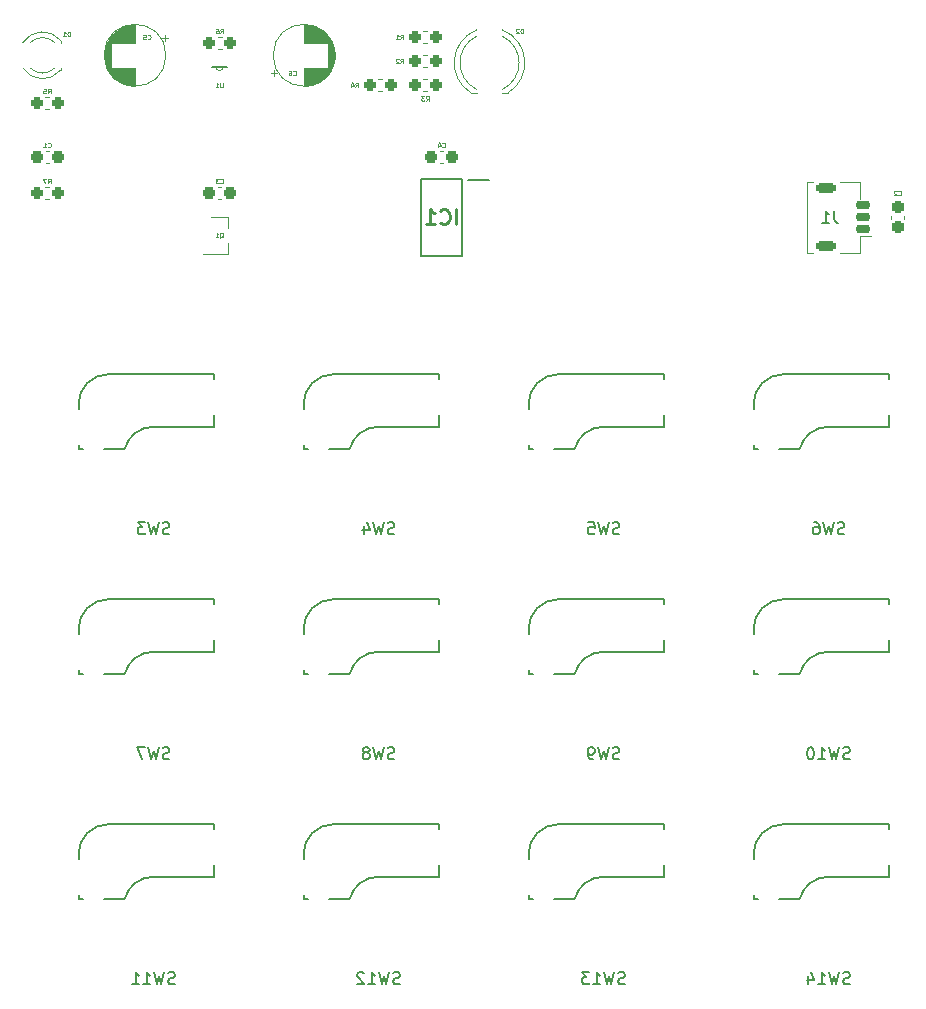
<source format=gbo>
G04 #@! TF.GenerationSoftware,KiCad,Pcbnew,(6.0.6)*
G04 #@! TF.CreationDate,2022-07-26T06:40:54+09:00*
G04 #@! TF.ProjectId,ble_macro_keyboard,626c655f-6d61-4637-926f-5f6b6579626f,rev?*
G04 #@! TF.SameCoordinates,Original*
G04 #@! TF.FileFunction,Legend,Bot*
G04 #@! TF.FilePolarity,Positive*
%FSLAX46Y46*%
G04 Gerber Fmt 4.6, Leading zero omitted, Abs format (unit mm)*
G04 Created by KiCad (PCBNEW (6.0.6)) date 2022-07-26 06:40:54*
%MOMM*%
%LPD*%
G01*
G04 APERTURE LIST*
G04 Aperture macros list*
%AMRoundRect*
0 Rectangle with rounded corners*
0 $1 Rounding radius*
0 $2 $3 $4 $5 $6 $7 $8 $9 X,Y pos of 4 corners*
0 Add a 4 corners polygon primitive as box body*
4,1,4,$2,$3,$4,$5,$6,$7,$8,$9,$2,$3,0*
0 Add four circle primitives for the rounded corners*
1,1,$1+$1,$2,$3*
1,1,$1+$1,$4,$5*
1,1,$1+$1,$6,$7*
1,1,$1+$1,$8,$9*
0 Add four rect primitives between the rounded corners*
20,1,$1+$1,$2,$3,$4,$5,0*
20,1,$1+$1,$4,$5,$6,$7,0*
20,1,$1+$1,$6,$7,$8,$9,0*
20,1,$1+$1,$8,$9,$2,$3,0*%
G04 Aperture macros list end*
%ADD10C,0.150000*%
%ADD11C,0.060000*%
%ADD12C,0.254000*%
%ADD13C,0.120000*%
%ADD14C,0.152400*%
%ADD15C,0.100000*%
%ADD16C,0.200000*%
%ADD17C,3.000000*%
%ADD18C,1.701800*%
%ADD19C,3.987800*%
%ADD20R,2.550000X2.500000*%
%ADD21C,3.200000*%
%ADD22C,8.000000*%
%ADD23C,0.800000*%
%ADD24R,1.560000X1.560000*%
%ADD25C,1.560000*%
%ADD26RoundRect,0.237500X-0.287500X-0.237500X0.287500X-0.237500X0.287500X0.237500X-0.287500X0.237500X0*%
%ADD27RoundRect,0.237500X-0.300000X-0.237500X0.300000X-0.237500X0.300000X0.237500X-0.300000X0.237500X0*%
%ADD28R,1.600000X1.600000*%
%ADD29C,1.600000*%
%ADD30RoundRect,0.237500X0.287500X0.237500X-0.287500X0.237500X-0.287500X-0.237500X0.287500X-0.237500X0*%
%ADD31R,1.800000X1.800000*%
%ADD32C,1.800000*%
%ADD33R,0.900000X0.800000*%
%ADD34R,1.800000X1.070000*%
%ADD35O,1.800000X1.070000*%
%ADD36R,1.270000X0.558800*%
%ADD37RoundRect,0.237500X0.237500X-0.300000X0.237500X0.300000X-0.237500X0.300000X-0.237500X-0.300000X0*%
%ADD38R,1.750000X0.950000*%
%ADD39R,1.750000X3.200000*%
%ADD40RoundRect,0.150000X0.475000X-0.150000X0.475000X0.150000X-0.475000X0.150000X-0.475000X-0.150000X0*%
%ADD41RoundRect,0.225000X0.625000X-0.225000X0.625000X0.225000X-0.625000X0.225000X-0.625000X-0.225000X0*%
G04 APERTURE END LIST*
D10*
X-27114666Y-9500761D02*
X-27257523Y-9548380D01*
X-27495619Y-9548380D01*
X-27590857Y-9500761D01*
X-27638476Y-9453142D01*
X-27686095Y-9357904D01*
X-27686095Y-9262666D01*
X-27638476Y-9167428D01*
X-27590857Y-9119809D01*
X-27495619Y-9072190D01*
X-27305142Y-9024571D01*
X-27209904Y-8976952D01*
X-27162285Y-8929333D01*
X-27114666Y-8834095D01*
X-27114666Y-8738857D01*
X-27162285Y-8643619D01*
X-27209904Y-8596000D01*
X-27305142Y-8548380D01*
X-27543238Y-8548380D01*
X-27686095Y-8596000D01*
X-28019428Y-8548380D02*
X-28257523Y-9548380D01*
X-28448000Y-8834095D01*
X-28638476Y-9548380D01*
X-28876571Y-8548380D01*
X-29162285Y-8548380D02*
X-29781333Y-8548380D01*
X-29448000Y-8929333D01*
X-29590857Y-8929333D01*
X-29686095Y-8976952D01*
X-29733714Y-9024571D01*
X-29781333Y-9119809D01*
X-29781333Y-9357904D01*
X-29733714Y-9453142D01*
X-29686095Y-9500761D01*
X-29590857Y-9548380D01*
X-29305142Y-9548380D01*
X-29209904Y-9500761D01*
X-29162285Y-9453142D01*
X30511523Y-28550761D02*
X30368666Y-28598380D01*
X30130571Y-28598380D01*
X30035333Y-28550761D01*
X29987714Y-28503142D01*
X29940095Y-28407904D01*
X29940095Y-28312666D01*
X29987714Y-28217428D01*
X30035333Y-28169809D01*
X30130571Y-28122190D01*
X30321047Y-28074571D01*
X30416285Y-28026952D01*
X30463904Y-27979333D01*
X30511523Y-27884095D01*
X30511523Y-27788857D01*
X30463904Y-27693619D01*
X30416285Y-27646000D01*
X30321047Y-27598380D01*
X30082952Y-27598380D01*
X29940095Y-27646000D01*
X29606761Y-27598380D02*
X29368666Y-28598380D01*
X29178190Y-27884095D01*
X28987714Y-28598380D01*
X28749619Y-27598380D01*
X27844857Y-28598380D02*
X28416285Y-28598380D01*
X28130571Y-28598380D02*
X28130571Y-27598380D01*
X28225809Y-27741238D01*
X28321047Y-27836476D01*
X28416285Y-27884095D01*
X27225809Y-27598380D02*
X27130571Y-27598380D01*
X27035333Y-27646000D01*
X26987714Y-27693619D01*
X26940095Y-27788857D01*
X26892476Y-27979333D01*
X26892476Y-28217428D01*
X26940095Y-28407904D01*
X26987714Y-28503142D01*
X27035333Y-28550761D01*
X27130571Y-28598380D01*
X27225809Y-28598380D01*
X27321047Y-28550761D01*
X27368666Y-28503142D01*
X27416285Y-28407904D01*
X27463904Y-28217428D01*
X27463904Y-27979333D01*
X27416285Y-27788857D01*
X27368666Y-27693619D01*
X27321047Y-27646000D01*
X27225809Y-27598380D01*
X-8064666Y-9500761D02*
X-8207523Y-9548380D01*
X-8445619Y-9548380D01*
X-8540857Y-9500761D01*
X-8588476Y-9453142D01*
X-8636095Y-9357904D01*
X-8636095Y-9262666D01*
X-8588476Y-9167428D01*
X-8540857Y-9119809D01*
X-8445619Y-9072190D01*
X-8255142Y-9024571D01*
X-8159904Y-8976952D01*
X-8112285Y-8929333D01*
X-8064666Y-8834095D01*
X-8064666Y-8738857D01*
X-8112285Y-8643619D01*
X-8159904Y-8596000D01*
X-8255142Y-8548380D01*
X-8493238Y-8548380D01*
X-8636095Y-8596000D01*
X-8969428Y-8548380D02*
X-9207523Y-9548380D01*
X-9398000Y-8834095D01*
X-9588476Y-9548380D01*
X-9826571Y-8548380D01*
X-10636095Y-8881714D02*
X-10636095Y-9548380D01*
X-10398000Y-8500761D02*
X-10159904Y-9215047D01*
X-10778952Y-9215047D01*
X-8064666Y-28550761D02*
X-8207523Y-28598380D01*
X-8445619Y-28598380D01*
X-8540857Y-28550761D01*
X-8588476Y-28503142D01*
X-8636095Y-28407904D01*
X-8636095Y-28312666D01*
X-8588476Y-28217428D01*
X-8540857Y-28169809D01*
X-8445619Y-28122190D01*
X-8255142Y-28074571D01*
X-8159904Y-28026952D01*
X-8112285Y-27979333D01*
X-8064666Y-27884095D01*
X-8064666Y-27788857D01*
X-8112285Y-27693619D01*
X-8159904Y-27646000D01*
X-8255142Y-27598380D01*
X-8493238Y-27598380D01*
X-8636095Y-27646000D01*
X-8969428Y-27598380D02*
X-9207523Y-28598380D01*
X-9398000Y-27884095D01*
X-9588476Y-28598380D01*
X-9826571Y-27598380D01*
X-10350380Y-28026952D02*
X-10255142Y-27979333D01*
X-10207523Y-27931714D01*
X-10159904Y-27836476D01*
X-10159904Y-27788857D01*
X-10207523Y-27693619D01*
X-10255142Y-27646000D01*
X-10350380Y-27598380D01*
X-10540857Y-27598380D01*
X-10636095Y-27646000D01*
X-10683714Y-27693619D01*
X-10731333Y-27788857D01*
X-10731333Y-27836476D01*
X-10683714Y-27931714D01*
X-10636095Y-27979333D01*
X-10540857Y-28026952D01*
X-10350380Y-28026952D01*
X-10255142Y-28074571D01*
X-10207523Y-28122190D01*
X-10159904Y-28217428D01*
X-10159904Y-28407904D01*
X-10207523Y-28503142D01*
X-10255142Y-28550761D01*
X-10350380Y-28598380D01*
X-10540857Y-28598380D01*
X-10636095Y-28550761D01*
X-10683714Y-28503142D01*
X-10731333Y-28407904D01*
X-10731333Y-28217428D01*
X-10683714Y-28122190D01*
X-10636095Y-28074571D01*
X-10540857Y-28026952D01*
X30035333Y-9500761D02*
X29892476Y-9548380D01*
X29654380Y-9548380D01*
X29559142Y-9500761D01*
X29511523Y-9453142D01*
X29463904Y-9357904D01*
X29463904Y-9262666D01*
X29511523Y-9167428D01*
X29559142Y-9119809D01*
X29654380Y-9072190D01*
X29844857Y-9024571D01*
X29940095Y-8976952D01*
X29987714Y-8929333D01*
X30035333Y-8834095D01*
X30035333Y-8738857D01*
X29987714Y-8643619D01*
X29940095Y-8596000D01*
X29844857Y-8548380D01*
X29606761Y-8548380D01*
X29463904Y-8596000D01*
X29130571Y-8548380D02*
X28892476Y-9548380D01*
X28702000Y-8834095D01*
X28511523Y-9548380D01*
X28273428Y-8548380D01*
X27463904Y-8548380D02*
X27654380Y-8548380D01*
X27749619Y-8596000D01*
X27797238Y-8643619D01*
X27892476Y-8786476D01*
X27940095Y-8976952D01*
X27940095Y-9357904D01*
X27892476Y-9453142D01*
X27844857Y-9500761D01*
X27749619Y-9548380D01*
X27559142Y-9548380D01*
X27463904Y-9500761D01*
X27416285Y-9453142D01*
X27368666Y-9357904D01*
X27368666Y-9119809D01*
X27416285Y-9024571D01*
X27463904Y-8976952D01*
X27559142Y-8929333D01*
X27749619Y-8929333D01*
X27844857Y-8976952D01*
X27892476Y-9024571D01*
X27940095Y-9119809D01*
X10985333Y-28550761D02*
X10842476Y-28598380D01*
X10604380Y-28598380D01*
X10509142Y-28550761D01*
X10461523Y-28503142D01*
X10413904Y-28407904D01*
X10413904Y-28312666D01*
X10461523Y-28217428D01*
X10509142Y-28169809D01*
X10604380Y-28122190D01*
X10794857Y-28074571D01*
X10890095Y-28026952D01*
X10937714Y-27979333D01*
X10985333Y-27884095D01*
X10985333Y-27788857D01*
X10937714Y-27693619D01*
X10890095Y-27646000D01*
X10794857Y-27598380D01*
X10556761Y-27598380D01*
X10413904Y-27646000D01*
X10080571Y-27598380D02*
X9842476Y-28598380D01*
X9652000Y-27884095D01*
X9461523Y-28598380D01*
X9223428Y-27598380D01*
X8794857Y-28598380D02*
X8604380Y-28598380D01*
X8509142Y-28550761D01*
X8461523Y-28503142D01*
X8366285Y-28360285D01*
X8318666Y-28169809D01*
X8318666Y-27788857D01*
X8366285Y-27693619D01*
X8413904Y-27646000D01*
X8509142Y-27598380D01*
X8699619Y-27598380D01*
X8794857Y-27646000D01*
X8842476Y-27693619D01*
X8890095Y-27788857D01*
X8890095Y-28026952D01*
X8842476Y-28122190D01*
X8794857Y-28169809D01*
X8699619Y-28217428D01*
X8509142Y-28217428D01*
X8413904Y-28169809D01*
X8366285Y-28122190D01*
X8318666Y-28026952D01*
X10985333Y-9500761D02*
X10842476Y-9548380D01*
X10604380Y-9548380D01*
X10509142Y-9500761D01*
X10461523Y-9453142D01*
X10413904Y-9357904D01*
X10413904Y-9262666D01*
X10461523Y-9167428D01*
X10509142Y-9119809D01*
X10604380Y-9072190D01*
X10794857Y-9024571D01*
X10890095Y-8976952D01*
X10937714Y-8929333D01*
X10985333Y-8834095D01*
X10985333Y-8738857D01*
X10937714Y-8643619D01*
X10890095Y-8596000D01*
X10794857Y-8548380D01*
X10556761Y-8548380D01*
X10413904Y-8596000D01*
X10080571Y-8548380D02*
X9842476Y-9548380D01*
X9652000Y-8834095D01*
X9461523Y-9548380D01*
X9223428Y-8548380D01*
X8366285Y-8548380D02*
X8842476Y-8548380D01*
X8890095Y-9024571D01*
X8842476Y-8976952D01*
X8747238Y-8929333D01*
X8509142Y-8929333D01*
X8413904Y-8976952D01*
X8366285Y-9024571D01*
X8318666Y-9119809D01*
X8318666Y-9357904D01*
X8366285Y-9453142D01*
X8413904Y-9500761D01*
X8509142Y-9548380D01*
X8747238Y-9548380D01*
X8842476Y-9500761D01*
X8890095Y-9453142D01*
X-27114666Y-28550761D02*
X-27257523Y-28598380D01*
X-27495619Y-28598380D01*
X-27590857Y-28550761D01*
X-27638476Y-28503142D01*
X-27686095Y-28407904D01*
X-27686095Y-28312666D01*
X-27638476Y-28217428D01*
X-27590857Y-28169809D01*
X-27495619Y-28122190D01*
X-27305142Y-28074571D01*
X-27209904Y-28026952D01*
X-27162285Y-27979333D01*
X-27114666Y-27884095D01*
X-27114666Y-27788857D01*
X-27162285Y-27693619D01*
X-27209904Y-27646000D01*
X-27305142Y-27598380D01*
X-27543238Y-27598380D01*
X-27686095Y-27646000D01*
X-28019428Y-27598380D02*
X-28257523Y-28598380D01*
X-28448000Y-27884095D01*
X-28638476Y-28598380D01*
X-28876571Y-27598380D01*
X-29162285Y-27598380D02*
X-29828952Y-27598380D01*
X-29400380Y-28598380D01*
X-7588476Y-47600761D02*
X-7731333Y-47648380D01*
X-7969428Y-47648380D01*
X-8064666Y-47600761D01*
X-8112285Y-47553142D01*
X-8159904Y-47457904D01*
X-8159904Y-47362666D01*
X-8112285Y-47267428D01*
X-8064666Y-47219809D01*
X-7969428Y-47172190D01*
X-7778952Y-47124571D01*
X-7683714Y-47076952D01*
X-7636095Y-47029333D01*
X-7588476Y-46934095D01*
X-7588476Y-46838857D01*
X-7636095Y-46743619D01*
X-7683714Y-46696000D01*
X-7778952Y-46648380D01*
X-8017047Y-46648380D01*
X-8159904Y-46696000D01*
X-8493238Y-46648380D02*
X-8731333Y-47648380D01*
X-8921809Y-46934095D01*
X-9112285Y-47648380D01*
X-9350380Y-46648380D01*
X-10255142Y-47648380D02*
X-9683714Y-47648380D01*
X-9969428Y-47648380D02*
X-9969428Y-46648380D01*
X-9874190Y-46791238D01*
X-9778952Y-46886476D01*
X-9683714Y-46934095D01*
X-10636095Y-46743619D02*
X-10683714Y-46696000D01*
X-10778952Y-46648380D01*
X-11017047Y-46648380D01*
X-11112285Y-46696000D01*
X-11159904Y-46743619D01*
X-11207523Y-46838857D01*
X-11207523Y-46934095D01*
X-11159904Y-47076952D01*
X-10588476Y-47648380D01*
X-11207523Y-47648380D01*
X-26638476Y-47600761D02*
X-26781333Y-47648380D01*
X-27019428Y-47648380D01*
X-27114666Y-47600761D01*
X-27162285Y-47553142D01*
X-27209904Y-47457904D01*
X-27209904Y-47362666D01*
X-27162285Y-47267428D01*
X-27114666Y-47219809D01*
X-27019428Y-47172190D01*
X-26828952Y-47124571D01*
X-26733714Y-47076952D01*
X-26686095Y-47029333D01*
X-26638476Y-46934095D01*
X-26638476Y-46838857D01*
X-26686095Y-46743619D01*
X-26733714Y-46696000D01*
X-26828952Y-46648380D01*
X-27067047Y-46648380D01*
X-27209904Y-46696000D01*
X-27543238Y-46648380D02*
X-27781333Y-47648380D01*
X-27971809Y-46934095D01*
X-28162285Y-47648380D01*
X-28400380Y-46648380D01*
X-29305142Y-47648380D02*
X-28733714Y-47648380D01*
X-29019428Y-47648380D02*
X-29019428Y-46648380D01*
X-28924190Y-46791238D01*
X-28828952Y-46886476D01*
X-28733714Y-46934095D01*
X-30257523Y-47648380D02*
X-29686095Y-47648380D01*
X-29971809Y-47648380D02*
X-29971809Y-46648380D01*
X-29876571Y-46791238D01*
X-29781333Y-46886476D01*
X-29686095Y-46934095D01*
X30511523Y-47600761D02*
X30368666Y-47648380D01*
X30130571Y-47648380D01*
X30035333Y-47600761D01*
X29987714Y-47553142D01*
X29940095Y-47457904D01*
X29940095Y-47362666D01*
X29987714Y-47267428D01*
X30035333Y-47219809D01*
X30130571Y-47172190D01*
X30321047Y-47124571D01*
X30416285Y-47076952D01*
X30463904Y-47029333D01*
X30511523Y-46934095D01*
X30511523Y-46838857D01*
X30463904Y-46743619D01*
X30416285Y-46696000D01*
X30321047Y-46648380D01*
X30082952Y-46648380D01*
X29940095Y-46696000D01*
X29606761Y-46648380D02*
X29368666Y-47648380D01*
X29178190Y-46934095D01*
X28987714Y-47648380D01*
X28749619Y-46648380D01*
X27844857Y-47648380D02*
X28416285Y-47648380D01*
X28130571Y-47648380D02*
X28130571Y-46648380D01*
X28225809Y-46791238D01*
X28321047Y-46886476D01*
X28416285Y-46934095D01*
X26987714Y-46981714D02*
X26987714Y-47648380D01*
X27225809Y-46600761D02*
X27463904Y-47315047D01*
X26844857Y-47315047D01*
X11461523Y-47600761D02*
X11318666Y-47648380D01*
X11080571Y-47648380D01*
X10985333Y-47600761D01*
X10937714Y-47553142D01*
X10890095Y-47457904D01*
X10890095Y-47362666D01*
X10937714Y-47267428D01*
X10985333Y-47219809D01*
X11080571Y-47172190D01*
X11271047Y-47124571D01*
X11366285Y-47076952D01*
X11413904Y-47029333D01*
X11461523Y-46934095D01*
X11461523Y-46838857D01*
X11413904Y-46743619D01*
X11366285Y-46696000D01*
X11271047Y-46648380D01*
X11032952Y-46648380D01*
X10890095Y-46696000D01*
X10556761Y-46648380D02*
X10318666Y-47648380D01*
X10128190Y-46934095D01*
X9937714Y-47648380D01*
X9699619Y-46648380D01*
X8794857Y-47648380D02*
X9366285Y-47648380D01*
X9080571Y-47648380D02*
X9080571Y-46648380D01*
X9175809Y-46791238D01*
X9271047Y-46886476D01*
X9366285Y-46934095D01*
X8461523Y-46648380D02*
X7842476Y-46648380D01*
X8175809Y-47029333D01*
X8032952Y-47029333D01*
X7937714Y-47076952D01*
X7890095Y-47124571D01*
X7842476Y-47219809D01*
X7842476Y-47457904D01*
X7890095Y-47553142D01*
X7937714Y-47600761D01*
X8032952Y-47648380D01*
X8318666Y-47648380D01*
X8413904Y-47600761D01*
X8461523Y-47553142D01*
D11*
X-7553333Y32331047D02*
X-7420000Y32521523D01*
X-7324761Y32331047D02*
X-7324761Y32731047D01*
X-7477142Y32731047D01*
X-7515238Y32712000D01*
X-7534285Y32692952D01*
X-7553333Y32654857D01*
X-7553333Y32597714D01*
X-7534285Y32559619D01*
X-7515238Y32540571D01*
X-7477142Y32521523D01*
X-7324761Y32521523D01*
X-7934285Y32331047D02*
X-7705714Y32331047D01*
X-7820000Y32331047D02*
X-7820000Y32731047D01*
X-7781904Y32673904D01*
X-7743809Y32635809D01*
X-7705714Y32616761D01*
X-3997333Y23225142D02*
X-3978285Y23206095D01*
X-3921142Y23187047D01*
X-3883047Y23187047D01*
X-3825904Y23206095D01*
X-3787809Y23244190D01*
X-3768761Y23282285D01*
X-3749714Y23358476D01*
X-3749714Y23415619D01*
X-3768761Y23491809D01*
X-3787809Y23529904D01*
X-3825904Y23568000D01*
X-3883047Y23587047D01*
X-3921142Y23587047D01*
X-3978285Y23568000D01*
X-3997333Y23548952D01*
X-4340190Y23453714D02*
X-4340190Y23187047D01*
X-4244952Y23606095D02*
X-4149714Y23320380D01*
X-4397333Y23320380D01*
X-16636445Y29321142D02*
X-16617397Y29302095D01*
X-16560254Y29283047D01*
X-16522159Y29283047D01*
X-16465016Y29302095D01*
X-16426921Y29340190D01*
X-16407873Y29378285D01*
X-16388826Y29454476D01*
X-16388826Y29511619D01*
X-16407873Y29587809D01*
X-16426921Y29625904D01*
X-16465016Y29664000D01*
X-16522159Y29683047D01*
X-16560254Y29683047D01*
X-16617397Y29664000D01*
X-16636445Y29644952D01*
X-16979302Y29683047D02*
X-16903112Y29683047D01*
X-16865016Y29664000D01*
X-16845969Y29644952D01*
X-16807873Y29587809D01*
X-16788826Y29511619D01*
X-16788826Y29359238D01*
X-16807873Y29321142D01*
X-16826921Y29302095D01*
X-16865016Y29283047D01*
X-16941207Y29283047D01*
X-16979302Y29302095D01*
X-16998350Y29321142D01*
X-17017397Y29359238D01*
X-17017397Y29454476D01*
X-16998350Y29492571D01*
X-16979302Y29511619D01*
X-16941207Y29530666D01*
X-16865016Y29530666D01*
X-16826921Y29511619D01*
X-16807873Y29492571D01*
X-16788826Y29454476D01*
X-11363333Y28267047D02*
X-11230000Y28457523D01*
X-11134761Y28267047D02*
X-11134761Y28667047D01*
X-11287142Y28667047D01*
X-11325238Y28648000D01*
X-11344285Y28628952D01*
X-11363333Y28590857D01*
X-11363333Y28533714D01*
X-11344285Y28495619D01*
X-11325238Y28476571D01*
X-11287142Y28457523D01*
X-11134761Y28457523D01*
X-11706190Y28533714D02*
X-11706190Y28267047D01*
X-11610952Y28686095D02*
X-11515714Y28400380D01*
X-11763333Y28400380D01*
X-5380333Y27124047D02*
X-5247000Y27314523D01*
X-5151761Y27124047D02*
X-5151761Y27524047D01*
X-5304142Y27524047D01*
X-5342238Y27505000D01*
X-5361285Y27485952D01*
X-5380333Y27447857D01*
X-5380333Y27390714D01*
X-5361285Y27352619D01*
X-5342238Y27333571D01*
X-5304142Y27314523D01*
X-5151761Y27314523D01*
X-5513666Y27524047D02*
X-5761285Y27524047D01*
X-5627952Y27371666D01*
X-5685095Y27371666D01*
X-5723190Y27352619D01*
X-5742238Y27333571D01*
X-5761285Y27295476D01*
X-5761285Y27200238D01*
X-5742238Y27162142D01*
X-5723190Y27143095D01*
X-5685095Y27124047D01*
X-5570809Y27124047D01*
X-5532714Y27143095D01*
X-5513666Y27162142D01*
X-37398333Y27759047D02*
X-37265000Y27949523D01*
X-37169761Y27759047D02*
X-37169761Y28159047D01*
X-37322142Y28159047D01*
X-37360238Y28140000D01*
X-37379285Y28120952D01*
X-37398333Y28082857D01*
X-37398333Y28025714D01*
X-37379285Y27987619D01*
X-37360238Y27968571D01*
X-37322142Y27949523D01*
X-37169761Y27949523D01*
X-37760238Y28159047D02*
X-37569761Y28159047D01*
X-37550714Y27968571D01*
X-37569761Y27987619D01*
X-37607857Y28006666D01*
X-37703095Y28006666D01*
X-37741190Y27987619D01*
X-37760238Y27968571D01*
X-37779285Y27930476D01*
X-37779285Y27835238D01*
X-37760238Y27797142D01*
X-37741190Y27778095D01*
X-37703095Y27759047D01*
X-37607857Y27759047D01*
X-37569761Y27778095D01*
X-37550714Y27797142D01*
X-35518761Y32585047D02*
X-35518761Y32985047D01*
X-35614000Y32985047D01*
X-35671142Y32966000D01*
X-35709238Y32927904D01*
X-35728285Y32889809D01*
X-35747333Y32813619D01*
X-35747333Y32756476D01*
X-35728285Y32680285D01*
X-35709238Y32642190D01*
X-35671142Y32604095D01*
X-35614000Y32585047D01*
X-35518761Y32585047D01*
X-36128285Y32585047D02*
X-35899714Y32585047D01*
X-36014000Y32585047D02*
X-36014000Y32985047D01*
X-35975904Y32927904D01*
X-35937809Y32889809D01*
X-35899714Y32870761D01*
X-37398333Y20139047D02*
X-37265000Y20329523D01*
X-37169761Y20139047D02*
X-37169761Y20539047D01*
X-37322142Y20539047D01*
X-37360238Y20520000D01*
X-37379285Y20500952D01*
X-37398333Y20462857D01*
X-37398333Y20405714D01*
X-37379285Y20367619D01*
X-37360238Y20348571D01*
X-37322142Y20329523D01*
X-37169761Y20329523D01*
X-37531666Y20539047D02*
X-37798333Y20539047D01*
X-37626904Y20139047D01*
X-7553333Y30299047D02*
X-7420000Y30489523D01*
X-7324761Y30299047D02*
X-7324761Y30699047D01*
X-7477142Y30699047D01*
X-7515238Y30680000D01*
X-7534285Y30660952D01*
X-7553333Y30622857D01*
X-7553333Y30565714D01*
X-7534285Y30527619D01*
X-7515238Y30508571D01*
X-7477142Y30489523D01*
X-7324761Y30489523D01*
X-7705714Y30660952D02*
X-7724761Y30680000D01*
X-7762857Y30699047D01*
X-7858095Y30699047D01*
X-7896190Y30680000D01*
X-7915238Y30660952D01*
X-7934285Y30622857D01*
X-7934285Y30584761D01*
X-7915238Y30527619D01*
X-7686666Y30299047D01*
X-7934285Y30299047D01*
X-28950220Y32369142D02*
X-28931172Y32350095D01*
X-28874029Y32331047D01*
X-28835934Y32331047D01*
X-28778791Y32350095D01*
X-28740696Y32388190D01*
X-28721648Y32426285D01*
X-28702601Y32502476D01*
X-28702601Y32559619D01*
X-28721648Y32635809D01*
X-28740696Y32673904D01*
X-28778791Y32712000D01*
X-28835934Y32731047D01*
X-28874029Y32731047D01*
X-28931172Y32712000D01*
X-28950220Y32692952D01*
X-29312125Y32731047D02*
X-29121648Y32731047D01*
X-29102601Y32540571D01*
X-29121648Y32559619D01*
X-29159744Y32578666D01*
X-29254982Y32578666D01*
X-29293077Y32559619D01*
X-29312125Y32540571D01*
X-29331172Y32502476D01*
X-29331172Y32407238D01*
X-29312125Y32369142D01*
X-29293077Y32350095D01*
X-29254982Y32331047D01*
X-29159744Y32331047D01*
X-29121648Y32350095D01*
X-29102601Y32369142D01*
X-22821904Y15528952D02*
X-22783809Y15548000D01*
X-22745714Y15586095D01*
X-22688571Y15643238D01*
X-22650476Y15662285D01*
X-22612380Y15662285D01*
X-22631428Y15567047D02*
X-22593333Y15586095D01*
X-22555238Y15624190D01*
X-22536190Y15700380D01*
X-22536190Y15833714D01*
X-22555238Y15909904D01*
X-22593333Y15948000D01*
X-22631428Y15967047D01*
X-22707619Y15967047D01*
X-22745714Y15948000D01*
X-22783809Y15909904D01*
X-22802857Y15833714D01*
X-22802857Y15700380D01*
X-22783809Y15624190D01*
X-22745714Y15586095D01*
X-22707619Y15567047D01*
X-22631428Y15567047D01*
X-23183809Y15567047D02*
X-22955238Y15567047D01*
X-23069523Y15567047D02*
X-23069523Y15967047D01*
X-23031428Y15909904D01*
X-22993333Y15871809D01*
X-22955238Y15852761D01*
X-22793333Y32839047D02*
X-22660000Y33029523D01*
X-22564761Y32839047D02*
X-22564761Y33239047D01*
X-22717142Y33239047D01*
X-22755238Y33220000D01*
X-22774285Y33200952D01*
X-22793333Y33162857D01*
X-22793333Y33105714D01*
X-22774285Y33067619D01*
X-22755238Y33048571D01*
X-22717142Y33029523D01*
X-22564761Y33029523D01*
X-23136190Y33239047D02*
X-23060000Y33239047D01*
X-23021904Y33220000D01*
X-23002857Y33200952D01*
X-22964761Y33143809D01*
X-22945714Y33067619D01*
X-22945714Y32915238D01*
X-22964761Y32877142D01*
X-22983809Y32858095D01*
X-23021904Y32839047D01*
X-23098095Y32839047D01*
X-23136190Y32858095D01*
X-23155238Y32877142D01*
X-23174285Y32915238D01*
X-23174285Y33010476D01*
X-23155238Y33048571D01*
X-23136190Y33067619D01*
X-23098095Y33086666D01*
X-23021904Y33086666D01*
X-22983809Y33067619D01*
X-22964761Y33048571D01*
X-22945714Y33010476D01*
X2835238Y32839047D02*
X2835238Y33239047D01*
X2740000Y33239047D01*
X2682857Y33220000D01*
X2644761Y33181904D01*
X2625714Y33143809D01*
X2606666Y33067619D01*
X2606666Y33010476D01*
X2625714Y32934285D01*
X2644761Y32896190D01*
X2682857Y32858095D01*
X2740000Y32839047D01*
X2835238Y32839047D01*
X2454285Y33200952D02*
X2435238Y33220000D01*
X2397142Y33239047D01*
X2301904Y33239047D01*
X2263809Y33220000D01*
X2244761Y33200952D01*
X2225714Y33162857D01*
X2225714Y33124761D01*
X2244761Y33067619D01*
X2473333Y32839047D01*
X2225714Y32839047D01*
X-22555238Y28667047D02*
X-22555238Y28343238D01*
X-22574285Y28305142D01*
X-22593333Y28286095D01*
X-22631428Y28267047D01*
X-22707619Y28267047D01*
X-22745714Y28286095D01*
X-22764761Y28305142D01*
X-22783809Y28343238D01*
X-22783809Y28667047D01*
X-23183809Y28267047D02*
X-22955238Y28267047D01*
X-23069523Y28267047D02*
X-23069523Y28667047D01*
X-23031428Y28609904D01*
X-22993333Y28571809D01*
X-22955238Y28552761D01*
X-22793333Y20177142D02*
X-22774285Y20158095D01*
X-22717142Y20139047D01*
X-22679047Y20139047D01*
X-22621904Y20158095D01*
X-22583809Y20196190D01*
X-22564761Y20234285D01*
X-22545714Y20310476D01*
X-22545714Y20367619D01*
X-22564761Y20443809D01*
X-22583809Y20481904D01*
X-22621904Y20520000D01*
X-22679047Y20539047D01*
X-22717142Y20539047D01*
X-22774285Y20520000D01*
X-22793333Y20500952D01*
X-22926666Y20539047D02*
X-23174285Y20539047D01*
X-23040952Y20386666D01*
X-23098095Y20386666D01*
X-23136190Y20367619D01*
X-23155238Y20348571D01*
X-23174285Y20310476D01*
X-23174285Y20215238D01*
X-23155238Y20177142D01*
X-23136190Y20158095D01*
X-23098095Y20139047D01*
X-22983809Y20139047D01*
X-22945714Y20158095D01*
X-22926666Y20177142D01*
X34610666Y19161142D02*
X34629714Y19142095D01*
X34686857Y19123047D01*
X34724952Y19123047D01*
X34782095Y19142095D01*
X34820190Y19180190D01*
X34839238Y19218285D01*
X34858285Y19294476D01*
X34858285Y19351619D01*
X34839238Y19427809D01*
X34820190Y19465904D01*
X34782095Y19504000D01*
X34724952Y19523047D01*
X34686857Y19523047D01*
X34629714Y19504000D01*
X34610666Y19484952D01*
X34458285Y19484952D02*
X34439238Y19504000D01*
X34401142Y19523047D01*
X34305904Y19523047D01*
X34267809Y19504000D01*
X34248761Y19484952D01*
X34229714Y19446857D01*
X34229714Y19408761D01*
X34248761Y19351619D01*
X34477333Y19123047D01*
X34229714Y19123047D01*
D12*
X-2824238Y16697476D02*
X-2824238Y17967476D01*
X-4154714Y16818428D02*
X-4094238Y16757952D01*
X-3912809Y16697476D01*
X-3791857Y16697476D01*
X-3610428Y16757952D01*
X-3489476Y16878904D01*
X-3429000Y16999857D01*
X-3368523Y17241761D01*
X-3368523Y17423190D01*
X-3429000Y17665095D01*
X-3489476Y17786047D01*
X-3610428Y17907000D01*
X-3791857Y17967476D01*
X-3912809Y17967476D01*
X-4094238Y17907000D01*
X-4154714Y17846523D01*
X-5364238Y16697476D02*
X-4638523Y16697476D01*
X-5001380Y16697476D02*
X-5001380Y17967476D01*
X-4880428Y17786047D01*
X-4759476Y17665095D01*
X-4638523Y17604619D01*
D10*
X29162333Y17819619D02*
X29162333Y17105333D01*
X29209952Y16962476D01*
X29305190Y16867238D01*
X29448047Y16819619D01*
X29543285Y16819619D01*
X28162333Y16819619D02*
X28733761Y16819619D01*
X28448047Y16819619D02*
X28448047Y17819619D01*
X28543285Y17676761D01*
X28638523Y17581523D01*
X28733761Y17533904D01*
D11*
X-37398333Y23225142D02*
X-37379285Y23206095D01*
X-37322142Y23187047D01*
X-37284047Y23187047D01*
X-37226904Y23206095D01*
X-37188809Y23244190D01*
X-37169761Y23282285D01*
X-37150714Y23358476D01*
X-37150714Y23415619D01*
X-37169761Y23491809D01*
X-37188809Y23529904D01*
X-37226904Y23568000D01*
X-37284047Y23587047D01*
X-37322142Y23587047D01*
X-37379285Y23568000D01*
X-37398333Y23548952D01*
X-37779285Y23187047D02*
X-37550714Y23187047D01*
X-37665000Y23187047D02*
X-37665000Y23587047D01*
X-37626904Y23529904D01*
X-37588809Y23491809D01*
X-37550714Y23472761D01*
D10*
X-32258000Y3985000D02*
X-23368000Y3985000D01*
X-34798000Y-1984000D02*
X-34798000Y-2365000D01*
X-30912162Y-2365000D02*
X-32639000Y-2365000D01*
X-23368000Y-460000D02*
X-28448000Y-460000D01*
X-23368000Y556000D02*
X-23368000Y-460000D01*
X-23368000Y3985000D02*
X-23368000Y3604000D01*
X-34798000Y1445000D02*
X-34798000Y1064000D01*
X-34417000Y-2365000D02*
X-34798000Y-2365000D01*
X-28448000Y-459999D02*
G75*
G03*
X-30912162Y-2383960I0J-2540000D01*
G01*
X-32258000Y3985000D02*
G75*
G03*
X-34798000Y1445000I1J-2540001D01*
G01*
X24892000Y-15065000D02*
X33782000Y-15065000D01*
X26237838Y-21415000D02*
X24511000Y-21415000D01*
X33782000Y-19510000D02*
X28702000Y-19510000D01*
X22352000Y-21034000D02*
X22352000Y-21415000D01*
X33782000Y-15065000D02*
X33782000Y-15446000D01*
X33782000Y-18494000D02*
X33782000Y-19510000D01*
X22733000Y-21415000D02*
X22352000Y-21415000D01*
X22352000Y-17605000D02*
X22352000Y-17986000D01*
X24892000Y-15065000D02*
G75*
G03*
X22352000Y-17605000I1J-2540001D01*
G01*
X28702000Y-19509999D02*
G75*
G03*
X26237838Y-21433960I0J-2540000D01*
G01*
X-4318000Y3985000D02*
X-4318000Y3604000D01*
X-15748000Y1445000D02*
X-15748000Y1064000D01*
X-4318000Y-460000D02*
X-9398000Y-460000D01*
X-13208000Y3985000D02*
X-4318000Y3985000D01*
X-11862162Y-2365000D02*
X-13589000Y-2365000D01*
X-15367000Y-2365000D02*
X-15748000Y-2365000D01*
X-4318000Y556000D02*
X-4318000Y-460000D01*
X-15748000Y-1984000D02*
X-15748000Y-2365000D01*
X-13208000Y3985000D02*
G75*
G03*
X-15748000Y1445000I1J-2540001D01*
G01*
X-9398000Y-459999D02*
G75*
G03*
X-11862162Y-2383960I0J-2540000D01*
G01*
X-4318000Y-15065000D02*
X-4318000Y-15446000D01*
X-4318000Y-19510000D02*
X-9398000Y-19510000D01*
X-15367000Y-21415000D02*
X-15748000Y-21415000D01*
X-15748000Y-21034000D02*
X-15748000Y-21415000D01*
X-11862162Y-21415000D02*
X-13589000Y-21415000D01*
X-15748000Y-17605000D02*
X-15748000Y-17986000D01*
X-4318000Y-18494000D02*
X-4318000Y-19510000D01*
X-13208000Y-15065000D02*
X-4318000Y-15065000D01*
X-9398000Y-19509999D02*
G75*
G03*
X-11862162Y-21433960I0J-2540000D01*
G01*
X-13208000Y-15065000D02*
G75*
G03*
X-15748000Y-17605000I1J-2540001D01*
G01*
X33782000Y556000D02*
X33782000Y-460000D01*
X26237838Y-2365000D02*
X24511000Y-2365000D01*
X33782000Y-460000D02*
X28702000Y-460000D01*
X22352000Y1445000D02*
X22352000Y1064000D01*
X24892000Y3985000D02*
X33782000Y3985000D01*
X22352000Y-1984000D02*
X22352000Y-2365000D01*
X22733000Y-2365000D02*
X22352000Y-2365000D01*
X33782000Y3985000D02*
X33782000Y3604000D01*
X28702000Y-459999D02*
G75*
G03*
X26237838Y-2383960I0J-2540000D01*
G01*
X24892000Y3985000D02*
G75*
G03*
X22352000Y1445000I1J-2540001D01*
G01*
X14732000Y-15065000D02*
X14732000Y-15446000D01*
X14732000Y-19510000D02*
X9652000Y-19510000D01*
X14732000Y-18494000D02*
X14732000Y-19510000D01*
X3683000Y-21415000D02*
X3302000Y-21415000D01*
X7187838Y-21415000D02*
X5461000Y-21415000D01*
X3302000Y-21034000D02*
X3302000Y-21415000D01*
X5842000Y-15065000D02*
X14732000Y-15065000D01*
X3302000Y-17605000D02*
X3302000Y-17986000D01*
X9652000Y-19509999D02*
G75*
G03*
X7187838Y-21433960I0J-2540000D01*
G01*
X5842000Y-15065000D02*
G75*
G03*
X3302000Y-17605000I1J-2540001D01*
G01*
X14732000Y556000D02*
X14732000Y-460000D01*
X5842000Y3985000D02*
X14732000Y3985000D01*
X3302000Y-1984000D02*
X3302000Y-2365000D01*
X3683000Y-2365000D02*
X3302000Y-2365000D01*
X14732000Y3985000D02*
X14732000Y3604000D01*
X3302000Y1445000D02*
X3302000Y1064000D01*
X7187838Y-2365000D02*
X5461000Y-2365000D01*
X14732000Y-460000D02*
X9652000Y-460000D01*
X5842000Y3985000D02*
G75*
G03*
X3302000Y1445000I1J-2540001D01*
G01*
X9652000Y-459999D02*
G75*
G03*
X7187838Y-2383960I0J-2540000D01*
G01*
X-32258000Y-15065000D02*
X-23368000Y-15065000D01*
X-34798000Y-21034000D02*
X-34798000Y-21415000D01*
X-23368000Y-18494000D02*
X-23368000Y-19510000D01*
X-23368000Y-15065000D02*
X-23368000Y-15446000D01*
X-30912162Y-21415000D02*
X-32639000Y-21415000D01*
X-34417000Y-21415000D02*
X-34798000Y-21415000D01*
X-23368000Y-19510000D02*
X-28448000Y-19510000D01*
X-34798000Y-17605000D02*
X-34798000Y-17986000D01*
X-28448000Y-19509999D02*
G75*
G03*
X-30912162Y-21433960I0J-2540000D01*
G01*
X-32258000Y-15065000D02*
G75*
G03*
X-34798000Y-17605000I1J-2540001D01*
G01*
X-4318000Y-38560000D02*
X-9398000Y-38560000D01*
X-15748000Y-40084000D02*
X-15748000Y-40465000D01*
X-11862162Y-40465000D02*
X-13589000Y-40465000D01*
X-4318000Y-34115000D02*
X-4318000Y-34496000D01*
X-13208000Y-34115000D02*
X-4318000Y-34115000D01*
X-15367000Y-40465000D02*
X-15748000Y-40465000D01*
X-4318000Y-37544000D02*
X-4318000Y-38560000D01*
X-15748000Y-36655000D02*
X-15748000Y-37036000D01*
X-13208000Y-34115000D02*
G75*
G03*
X-15748000Y-36655000I1J-2540001D01*
G01*
X-9398000Y-38559999D02*
G75*
G03*
X-11862162Y-40483960I0J-2540000D01*
G01*
X-23368000Y-34115000D02*
X-23368000Y-34496000D01*
X-34798000Y-40084000D02*
X-34798000Y-40465000D01*
X-34798000Y-36655000D02*
X-34798000Y-37036000D01*
X-30912162Y-40465000D02*
X-32639000Y-40465000D01*
X-32258000Y-34115000D02*
X-23368000Y-34115000D01*
X-34417000Y-40465000D02*
X-34798000Y-40465000D01*
X-23368000Y-38560000D02*
X-28448000Y-38560000D01*
X-23368000Y-37544000D02*
X-23368000Y-38560000D01*
X-32258000Y-34115000D02*
G75*
G03*
X-34798000Y-36655000I1J-2540001D01*
G01*
X-28448000Y-38559999D02*
G75*
G03*
X-30912162Y-40483960I0J-2540000D01*
G01*
X33782000Y-38560000D02*
X28702000Y-38560000D01*
X24892000Y-34115000D02*
X33782000Y-34115000D01*
X26237838Y-40465000D02*
X24511000Y-40465000D01*
X33782000Y-37544000D02*
X33782000Y-38560000D01*
X22352000Y-40084000D02*
X22352000Y-40465000D01*
X33782000Y-34115000D02*
X33782000Y-34496000D01*
X22352000Y-36655000D02*
X22352000Y-37036000D01*
X22733000Y-40465000D02*
X22352000Y-40465000D01*
X24892000Y-34115000D02*
G75*
G03*
X22352000Y-36655000I1J-2540001D01*
G01*
X28702000Y-38559999D02*
G75*
G03*
X26237838Y-40483960I0J-2540000D01*
G01*
X14732000Y-37544000D02*
X14732000Y-38560000D01*
X3683000Y-40465000D02*
X3302000Y-40465000D01*
X7187838Y-40465000D02*
X5461000Y-40465000D01*
X14732000Y-34115000D02*
X14732000Y-34496000D01*
X3302000Y-36655000D02*
X3302000Y-37036000D01*
X3302000Y-40084000D02*
X3302000Y-40465000D01*
X14732000Y-38560000D02*
X9652000Y-38560000D01*
X5842000Y-34115000D02*
X14732000Y-34115000D01*
X5842000Y-34115000D02*
G75*
G03*
X3302000Y-36655000I1J-2540001D01*
G01*
X9652000Y-38559999D02*
G75*
G03*
X7187838Y-40483960I0J-2540000D01*
G01*
D13*
X-5618267Y32002000D02*
X-5275733Y32002000D01*
X-5618267Y33022000D02*
X-5275733Y33022000D01*
X-4210267Y22862000D02*
X-3917733Y22862000D01*
X-4210267Y21842000D02*
X-3917733Y21842000D01*
X-14582112Y28659000D02*
X-14582112Y29948000D01*
X-15503112Y28415000D02*
X-15503112Y29948000D01*
X-14942112Y28520000D02*
X-14942112Y29948000D01*
X-14622112Y32028000D02*
X-14622112Y33336000D01*
X-13982112Y32028000D02*
X-13982112Y32925000D01*
X-15343112Y28432000D02*
X-15343112Y29948000D01*
X-15383112Y28427000D02*
X-15383112Y29948000D01*
X-13702112Y29335000D02*
X-13702112Y29948000D01*
X-13342112Y29890000D02*
X-13342112Y32086000D01*
X-14782112Y32028000D02*
X-14782112Y33402000D01*
X-14982112Y32028000D02*
X-14982112Y33468000D01*
X-18507887Y29513000D02*
X-18007887Y29513000D01*
X-15263112Y32028000D02*
X-15263112Y33531000D01*
X-14782112Y28574000D02*
X-14782112Y29948000D01*
X-14102112Y32028000D02*
X-14102112Y33023000D01*
X-13182112Y30311000D02*
X-13182112Y31665000D01*
X-14302112Y32028000D02*
X-14302112Y33163000D01*
X-15343112Y32028000D02*
X-15343112Y33544000D01*
X-15703112Y32028000D02*
X-15703112Y33568000D01*
X-15543112Y28412000D02*
X-15543112Y29948000D01*
X-13702112Y32028000D02*
X-13702112Y32641000D01*
X-13742112Y29289000D02*
X-13742112Y29948000D01*
X-13942112Y29087000D02*
X-13942112Y29948000D01*
X-14542112Y28678000D02*
X-14542112Y29948000D01*
X-13902112Y29124000D02*
X-13902112Y29948000D01*
X-14542112Y32028000D02*
X-14542112Y33298000D01*
X-14142112Y32028000D02*
X-14142112Y33053000D01*
X-14462112Y32028000D02*
X-14462112Y33256000D01*
X-15143112Y32028000D02*
X-15143112Y33508000D01*
X-15183112Y32028000D02*
X-15183112Y33516000D01*
X-18257887Y29263000D02*
X-18257887Y29763000D01*
X-14062112Y28984000D02*
X-14062112Y29948000D01*
X-15463112Y28419000D02*
X-15463112Y29948000D01*
X-13942112Y32028000D02*
X-13942112Y32889000D01*
X-13142112Y30470000D02*
X-13142112Y31506000D01*
X-15463112Y32028000D02*
X-15463112Y33557000D01*
X-14022112Y29017000D02*
X-14022112Y29948000D01*
X-15583112Y28410000D02*
X-15583112Y29948000D01*
X-14862112Y28546000D02*
X-14862112Y29948000D01*
X-15663112Y28408000D02*
X-15663112Y29948000D01*
X-14622112Y28640000D02*
X-14622112Y29948000D01*
X-13422112Y29737000D02*
X-13422112Y32239000D01*
X-14062112Y32028000D02*
X-14062112Y32992000D01*
X-14262112Y32028000D02*
X-14262112Y33137000D01*
X-15623112Y32028000D02*
X-15623112Y33567000D01*
X-13782112Y32028000D02*
X-13782112Y32731000D01*
X-14502112Y28698000D02*
X-14502112Y29948000D01*
X-14982112Y28508000D02*
X-14982112Y29948000D01*
X-15103112Y28477000D02*
X-15103112Y29948000D01*
X-13862112Y29162000D02*
X-13862112Y29948000D01*
X-15263112Y28445000D02*
X-15263112Y29948000D01*
X-15103112Y32028000D02*
X-15103112Y33499000D01*
X-15023112Y32028000D02*
X-15023112Y33479000D01*
X-13302112Y29977000D02*
X-13302112Y31999000D01*
X-14902112Y32028000D02*
X-14902112Y33443000D01*
X-14142112Y28923000D02*
X-14142112Y29948000D01*
X-13102112Y30704000D02*
X-13102112Y31272000D01*
X-14422112Y32028000D02*
X-14422112Y33235000D01*
X-14702112Y28606000D02*
X-14702112Y29948000D01*
X-15303112Y32028000D02*
X-15303112Y33538000D01*
X-13862112Y32028000D02*
X-13862112Y32814000D01*
X-13542112Y29545000D02*
X-13542112Y32431000D01*
X-13742112Y32028000D02*
X-13742112Y32687000D01*
X-14342112Y32028000D02*
X-14342112Y33188000D01*
X-15063112Y32028000D02*
X-15063112Y33489000D01*
X-15303112Y28438000D02*
X-15303112Y29948000D01*
X-14502112Y32028000D02*
X-14502112Y33278000D01*
X-14822112Y32028000D02*
X-14822112Y33416000D01*
X-14742112Y28590000D02*
X-14742112Y29948000D01*
X-15423112Y32028000D02*
X-15423112Y33553000D01*
X-15223112Y32028000D02*
X-15223112Y33524000D01*
X-15143112Y28468000D02*
X-15143112Y29948000D01*
X-13822112Y29203000D02*
X-13822112Y29948000D01*
X-14022112Y32028000D02*
X-14022112Y32959000D01*
X-13222112Y30183000D02*
X-13222112Y31793000D01*
X-15183112Y28460000D02*
X-15183112Y29948000D01*
X-15703112Y28408000D02*
X-15703112Y29948000D01*
X-15543112Y32028000D02*
X-15543112Y33564000D01*
X-14582112Y32028000D02*
X-14582112Y33317000D01*
X-14182112Y28893000D02*
X-14182112Y29948000D01*
X-14462112Y28720000D02*
X-14462112Y29948000D01*
X-15223112Y28452000D02*
X-15223112Y29948000D01*
X-14662112Y28623000D02*
X-14662112Y29948000D01*
X-13462112Y29669000D02*
X-13462112Y32307000D01*
X-14942112Y32028000D02*
X-14942112Y33456000D01*
X-14302112Y28813000D02*
X-14302112Y29948000D01*
X-14382112Y32028000D02*
X-14382112Y33212000D01*
X-14742112Y32028000D02*
X-14742112Y33386000D01*
X-15423112Y28423000D02*
X-15423112Y29948000D01*
X-14902112Y28533000D02*
X-14902112Y29948000D01*
X-13382112Y29810000D02*
X-13382112Y32166000D01*
X-13782112Y29245000D02*
X-13782112Y29948000D01*
X-13662112Y29383000D02*
X-13662112Y32593000D01*
X-14222112Y32028000D02*
X-14222112Y33110000D01*
X-14862112Y32028000D02*
X-14862112Y33430000D01*
X-14702112Y32028000D02*
X-14702112Y33370000D01*
X-15583112Y32028000D02*
X-15583112Y33566000D01*
X-14822112Y28560000D02*
X-14822112Y29948000D01*
X-15663112Y32028000D02*
X-15663112Y33568000D01*
X-14342112Y28788000D02*
X-14342112Y29948000D01*
X-14262112Y28839000D02*
X-14262112Y29948000D01*
X-15383112Y32028000D02*
X-15383112Y33549000D01*
X-13902112Y32028000D02*
X-13902112Y32852000D01*
X-13582112Y29488000D02*
X-13582112Y32488000D01*
X-13262112Y30073000D02*
X-13262112Y31903000D01*
X-15063112Y28487000D02*
X-15063112Y29948000D01*
X-13622112Y29434000D02*
X-13622112Y32542000D01*
X-14382112Y28764000D02*
X-14382112Y29948000D01*
X-14102112Y28953000D02*
X-14102112Y29948000D01*
X-13502112Y29605000D02*
X-13502112Y32371000D01*
X-14422112Y28741000D02*
X-14422112Y29948000D01*
X-14222112Y28866000D02*
X-14222112Y29948000D01*
X-14662112Y32028000D02*
X-14662112Y33353000D01*
X-15623112Y28409000D02*
X-15623112Y29948000D01*
X-13822112Y32028000D02*
X-13822112Y32773000D01*
X-15503112Y32028000D02*
X-15503112Y33561000D01*
X-15023112Y28497000D02*
X-15023112Y29948000D01*
X-13982112Y29051000D02*
X-13982112Y29948000D01*
X-14182112Y32028000D02*
X-14182112Y33083000D01*
X-13083112Y30988000D02*
G75*
G03*
X-13083112Y30988000I-2620000J0D01*
G01*
X-9428267Y28958000D02*
X-9085733Y28958000D01*
X-9428267Y27938000D02*
X-9085733Y27938000D01*
X-5618267Y28958000D02*
X-5275733Y28958000D01*
X-5618267Y27938000D02*
X-5275733Y27938000D01*
X-37279733Y27434000D02*
X-37622267Y27434000D01*
X-37279733Y26414000D02*
X-37622267Y26414000D01*
X-36286000Y32224000D02*
X-36286000Y32068000D01*
X-36286000Y29908000D02*
X-36286000Y29752000D01*
X-38887130Y29908163D02*
G75*
G03*
X-36805039Y29908000I1041130J1079837D01*
G01*
X-36286000Y32223516D02*
G75*
G03*
X-39518335Y32066608I-1560000J-1235516D01*
G01*
X-36805039Y32068000D02*
G75*
G03*
X-38887130Y32067837I-1040961J-1080000D01*
G01*
X-39518335Y29909392D02*
G75*
G03*
X-36286000Y29752484I1672335J1078608D01*
G01*
X-37622267Y18794000D02*
X-37279733Y18794000D01*
X-37622267Y19814000D02*
X-37279733Y19814000D01*
X-5618267Y29970000D02*
X-5275733Y29970000D01*
X-5618267Y30990000D02*
X-5275733Y30990000D01*
X-30937887Y33402000D02*
X-30937887Y32028000D01*
X-31777887Y29948000D02*
X-31777887Y29087000D01*
X-30656887Y33489000D02*
X-30656887Y32028000D01*
X-30296887Y29948000D02*
X-30296887Y28423000D01*
X-31977887Y32687000D02*
X-31977887Y32028000D01*
X-30096887Y29948000D02*
X-30096887Y28409000D01*
X-32577887Y31506000D02*
X-32577887Y30470000D01*
X-30777887Y29948000D02*
X-30777887Y28520000D01*
X-30536887Y29948000D02*
X-30536887Y28460000D01*
X-31577887Y33053000D02*
X-31577887Y32028000D01*
X-30016887Y29948000D02*
X-30016887Y28408000D01*
X-30977887Y33386000D02*
X-30977887Y32028000D01*
X-30897887Y33416000D02*
X-30897887Y32028000D01*
X-27462112Y32713000D02*
X-27462112Y32213000D01*
X-31697887Y29948000D02*
X-31697887Y29017000D01*
X-27212112Y32463000D02*
X-27712112Y32463000D01*
X-30496887Y29948000D02*
X-30496887Y28452000D01*
X-30536887Y33516000D02*
X-30536887Y32028000D01*
X-30056887Y33568000D02*
X-30056887Y32028000D01*
X-30336887Y29948000D02*
X-30336887Y28427000D01*
X-31377887Y29948000D02*
X-31377887Y28788000D01*
X-31297887Y29948000D02*
X-31297887Y28741000D01*
X-30176887Y33564000D02*
X-30176887Y32028000D01*
X-32457887Y31903000D02*
X-32457887Y30073000D01*
X-31257887Y33256000D02*
X-31257887Y32028000D01*
X-31737887Y32925000D02*
X-31737887Y32028000D01*
X-30056887Y29948000D02*
X-30056887Y28408000D01*
X-31817887Y32852000D02*
X-31817887Y32028000D01*
X-30656887Y29948000D02*
X-30656887Y28487000D01*
X-30496887Y33524000D02*
X-30496887Y32028000D01*
X-31457887Y33137000D02*
X-31457887Y32028000D01*
X-30576887Y33508000D02*
X-30576887Y32028000D01*
X-32137887Y32488000D02*
X-32137887Y29488000D01*
X-30416887Y29948000D02*
X-30416887Y28438000D01*
X-31497887Y33110000D02*
X-31497887Y32028000D01*
X-32417887Y31999000D02*
X-32417887Y29977000D01*
X-32017887Y32641000D02*
X-32017887Y32028000D01*
X-31457887Y29948000D02*
X-31457887Y28839000D01*
X-31617887Y29948000D02*
X-31617887Y28953000D01*
X-31577887Y29948000D02*
X-31577887Y28923000D01*
X-32377887Y32086000D02*
X-32377887Y29890000D01*
X-31737887Y29948000D02*
X-31737887Y29051000D01*
X-30416887Y33538000D02*
X-30416887Y32028000D01*
X-31897887Y32773000D02*
X-31897887Y32028000D01*
X-31777887Y32889000D02*
X-31777887Y32028000D01*
X-30296887Y33553000D02*
X-30296887Y32028000D01*
X-30096887Y33567000D02*
X-30096887Y32028000D01*
X-30696887Y33479000D02*
X-30696887Y32028000D01*
X-30857887Y33430000D02*
X-30857887Y32028000D01*
X-30216887Y29948000D02*
X-30216887Y28415000D01*
X-31697887Y32959000D02*
X-31697887Y32028000D01*
X-31657887Y29948000D02*
X-31657887Y28984000D01*
X-31657887Y32992000D02*
X-31657887Y32028000D01*
X-31897887Y29948000D02*
X-31897887Y29203000D01*
X-31137887Y29948000D02*
X-31137887Y28659000D01*
X-32617887Y31272000D02*
X-32617887Y30704000D01*
X-31177887Y33298000D02*
X-31177887Y32028000D01*
X-31497887Y29948000D02*
X-31497887Y28866000D01*
X-31257887Y29948000D02*
X-31257887Y28720000D01*
X-32297887Y32239000D02*
X-32297887Y29737000D01*
X-30616887Y33499000D02*
X-30616887Y32028000D01*
X-32017887Y29948000D02*
X-32017887Y29335000D01*
X-31417887Y33163000D02*
X-31417887Y32028000D01*
X-30696887Y29948000D02*
X-30696887Y28497000D01*
X-31137887Y33317000D02*
X-31137887Y32028000D01*
X-30256887Y29948000D02*
X-30256887Y28419000D01*
X-31097887Y29948000D02*
X-31097887Y28640000D01*
X-30256887Y33557000D02*
X-30256887Y32028000D01*
X-31057887Y33353000D02*
X-31057887Y32028000D01*
X-30817887Y29948000D02*
X-30817887Y28533000D01*
X-30576887Y29948000D02*
X-30576887Y28468000D01*
X-31177887Y29948000D02*
X-31177887Y28678000D01*
X-31217887Y29948000D02*
X-31217887Y28698000D01*
X-31977887Y29948000D02*
X-31977887Y29289000D01*
X-31537887Y29948000D02*
X-31537887Y28893000D01*
X-30456887Y33531000D02*
X-30456887Y32028000D01*
X-32097887Y32542000D02*
X-32097887Y29434000D01*
X-32257887Y32307000D02*
X-32257887Y29669000D01*
X-30897887Y29948000D02*
X-30897887Y28560000D01*
X-31337887Y33212000D02*
X-31337887Y32028000D01*
X-31337887Y29948000D02*
X-31337887Y28764000D01*
X-31017887Y29948000D02*
X-31017887Y28606000D01*
X-31857887Y32814000D02*
X-31857887Y32028000D01*
X-30777887Y33456000D02*
X-30777887Y32028000D01*
X-30016887Y33568000D02*
X-30016887Y32028000D01*
X-30376887Y29948000D02*
X-30376887Y28432000D01*
X-31057887Y29948000D02*
X-31057887Y28623000D01*
X-31617887Y33023000D02*
X-31617887Y32028000D01*
X-30136887Y29948000D02*
X-30136887Y28410000D01*
X-30336887Y33549000D02*
X-30336887Y32028000D01*
X-31817887Y29948000D02*
X-31817887Y29124000D01*
X-31857887Y29948000D02*
X-31857887Y29162000D01*
X-30176887Y29948000D02*
X-30176887Y28412000D01*
X-30737887Y29948000D02*
X-30737887Y28508000D01*
X-30616887Y29948000D02*
X-30616887Y28477000D01*
X-30376887Y33544000D02*
X-30376887Y32028000D01*
X-30977887Y29948000D02*
X-30977887Y28590000D01*
X-32537887Y31665000D02*
X-32537887Y30311000D01*
X-32217887Y32371000D02*
X-32217887Y29605000D01*
X-31017887Y33370000D02*
X-31017887Y32028000D01*
X-31377887Y33188000D02*
X-31377887Y32028000D01*
X-30817887Y33443000D02*
X-30817887Y32028000D01*
X-30857887Y29948000D02*
X-30857887Y28546000D01*
X-32057887Y32593000D02*
X-32057887Y29383000D01*
X-31217887Y33278000D02*
X-31217887Y32028000D01*
X-31937887Y32731000D02*
X-31937887Y32028000D01*
X-32337887Y32166000D02*
X-32337887Y29810000D01*
X-30937887Y29948000D02*
X-30937887Y28574000D01*
X-30136887Y33566000D02*
X-30136887Y32028000D01*
X-31937887Y29948000D02*
X-31937887Y29245000D01*
X-31417887Y29948000D02*
X-31417887Y28813000D01*
X-31097887Y33336000D02*
X-31097887Y32028000D01*
X-30737887Y33468000D02*
X-30737887Y32028000D01*
X-30216887Y33561000D02*
X-30216887Y32028000D01*
X-32497887Y31793000D02*
X-32497887Y30183000D01*
X-31537887Y33083000D02*
X-31537887Y32028000D01*
X-31297887Y33235000D02*
X-31297887Y32028000D01*
X-32177887Y32431000D02*
X-32177887Y29545000D01*
X-30456887Y29948000D02*
X-30456887Y28445000D01*
X-27396887Y30988000D02*
G75*
G03*
X-27396887Y30988000I-2620000J0D01*
G01*
X-22100000Y17328000D02*
X-23560000Y17328000D01*
X-22100000Y14168000D02*
X-22100000Y15098000D01*
X-22100000Y14168000D02*
X-24260000Y14168000D01*
X-22100000Y17328000D02*
X-22100000Y16398000D01*
X-23031267Y31494000D02*
X-22688733Y31494000D01*
X-23031267Y32514000D02*
X-22688733Y32514000D01*
X-1080000Y27793000D02*
X-1545000Y27793000D01*
X1545000Y27793000D02*
X1080000Y27793000D01*
X1544830Y27793000D02*
G75*
G03*
X1080827Y33140815I-1544830J2560000D01*
G01*
X-1080429Y32607479D02*
G75*
G03*
X-1080000Y28098316I1080429J-2254479D01*
G01*
X1080000Y28098316D02*
G75*
G03*
X1080429Y32607479I-1080000J2254684D01*
G01*
X-1080827Y33140815D02*
G75*
G03*
X-1544830Y27793000I1080827J-2787815D01*
G01*
D14*
X-23164800Y29997400D02*
X-22555200Y29997400D01*
X-22555200Y29997400D02*
X-22250400Y29997400D01*
X-23469600Y29997400D02*
X-23164800Y29997400D01*
D15*
X-23164800Y29997400D02*
G75*
G03*
X-22555200Y29997400I304800J0D01*
G01*
D13*
X-23006267Y19814000D02*
X-22713733Y19814000D01*
X-23006267Y18794000D02*
X-22713733Y18794000D01*
X34034000Y17125733D02*
X34034000Y17418267D01*
X35054000Y17125733D02*
X35054000Y17418267D01*
D16*
X-2314000Y14022000D02*
X-2314000Y20522000D01*
X-5814000Y20522000D02*
X-5814000Y14022000D01*
X-5814000Y14022000D02*
X-2314000Y14022000D01*
X-2314000Y20522000D02*
X-5814000Y20522000D01*
X-39000Y20397000D02*
X-1789000Y20397000D01*
D13*
X31382000Y15712000D02*
X32272000Y15712000D01*
X31382000Y14262000D02*
X31382000Y15712000D01*
X27412000Y14262000D02*
X26862000Y14262000D01*
X29632000Y14262000D02*
X31382000Y14262000D01*
X29632000Y20282000D02*
X31382000Y20282000D01*
X26862000Y20282000D02*
X27412000Y20282000D01*
X31382000Y20282000D02*
X31382000Y18832000D01*
X26862000Y14262000D02*
X26862000Y20282000D01*
X-37584767Y22862000D02*
X-37292233Y22862000D01*
X-37584767Y21842000D02*
X-37292233Y21842000D01*
%LPC*%
D17*
X-25908000Y2080000D03*
D18*
X-23368000Y-3000000D03*
D19*
X-28448000Y-3000000D03*
D18*
X-33528000Y-3000000D03*
D17*
X-32258000Y-460000D03*
D20*
X-22158000Y2080000D03*
X-36008000Y-460000D03*
D18*
X23622000Y-22050000D03*
D17*
X31242000Y-16970000D03*
D19*
X28702000Y-22050000D03*
D17*
X24892000Y-19510000D03*
D18*
X33782000Y-22050000D03*
D20*
X34992000Y-16970000D03*
X21142000Y-19510000D03*
D17*
X-13208000Y-460000D03*
X-6858000Y2080000D03*
D18*
X-14478000Y-3000000D03*
X-4318000Y-3000000D03*
D19*
X-9398000Y-3000000D03*
D20*
X-3108000Y2080000D03*
X-16958000Y-460000D03*
D18*
X-14478000Y-22050000D03*
X-4318000Y-22050000D03*
D17*
X-13208000Y-19510000D03*
D19*
X-9398000Y-22050000D03*
D17*
X-6858000Y-16970000D03*
D20*
X-3108000Y-16970000D03*
X-16958000Y-19510000D03*
D18*
X33782000Y-3000000D03*
D17*
X24892000Y-460000D03*
D19*
X28702000Y-3000000D03*
D17*
X31242000Y2080000D03*
D18*
X23622000Y-3000000D03*
D20*
X34992000Y2080000D03*
X21142000Y-460000D03*
D18*
X4572000Y-22050000D03*
X14732000Y-22050000D03*
D17*
X5842000Y-19510000D03*
X12192000Y-16970000D03*
D19*
X9652000Y-22050000D03*
D20*
X15942000Y-16970000D03*
X2092000Y-19510000D03*
D17*
X12192000Y2080000D03*
D18*
X4572000Y-3000000D03*
D17*
X5842000Y-460000D03*
D18*
X14732000Y-3000000D03*
D19*
X9652000Y-3000000D03*
D20*
X15942000Y2080000D03*
X2092000Y-460000D03*
D19*
X-28448000Y-22050000D03*
D18*
X-23368000Y-22050000D03*
X-33528000Y-22050000D03*
D17*
X-32258000Y-19510000D03*
X-25908000Y-16970000D03*
D20*
X-22158000Y-16970000D03*
X-36008000Y-19510000D03*
D21*
X-40500000Y40500000D03*
X40500000Y40500000D03*
D18*
X-14478000Y-41100000D03*
D17*
X-13208000Y-38560000D03*
D19*
X-9398000Y-41100000D03*
D18*
X-4318000Y-41100000D03*
D17*
X-6858000Y-36020000D03*
D20*
X-3108000Y-36020000D03*
X-16958000Y-38560000D03*
D18*
X-23368000Y-41100000D03*
D17*
X-32258000Y-38560000D03*
D18*
X-33528000Y-41100000D03*
D17*
X-25908000Y-36020000D03*
D19*
X-28448000Y-41100000D03*
D20*
X-22158000Y-36020000D03*
X-36008000Y-38560000D03*
D21*
X40500000Y5000000D03*
X-40500000Y5000000D03*
D22*
X18000000Y33500000D03*
D18*
X23622000Y-41100000D03*
D17*
X31242000Y-36020000D03*
D18*
X33782000Y-41100000D03*
D19*
X28702000Y-41100000D03*
D17*
X24892000Y-38560000D03*
D20*
X34992000Y-36020000D03*
X21142000Y-38560000D03*
D23*
X31930000Y41148000D03*
X29030000Y41148000D03*
D21*
X-40500000Y-48000000D03*
D18*
X14732000Y-41100000D03*
D17*
X5842000Y-38560000D03*
X12192000Y-36020000D03*
D18*
X4572000Y-41100000D03*
D19*
X9652000Y-41100000D03*
D20*
X15942000Y-36020000D03*
X2092000Y-38560000D03*
D24*
X4064000Y35560000D03*
D25*
X1524000Y35560000D03*
X-1016000Y35560000D03*
X-3556000Y35560000D03*
X-6096000Y35560000D03*
X-8636000Y35560000D03*
X-11176000Y35560000D03*
X-13716000Y35560000D03*
X-16256000Y35560000D03*
X-18796000Y35560000D03*
X-21336000Y35560000D03*
X-23876000Y35560000D03*
X-26416000Y35560000D03*
X-28956000Y35560000D03*
X-31496000Y35560000D03*
X-34036000Y35560000D03*
X-36576000Y35560000D03*
X-39116000Y35560000D03*
X-41656000Y35560000D03*
X4064000Y10160000D03*
X1524000Y10160000D03*
X-1016000Y10160000D03*
X-3556000Y10160000D03*
X-6096000Y10160000D03*
X-8636000Y10160000D03*
X-11176000Y10160000D03*
X-13716000Y10160000D03*
X-16256000Y10160000D03*
X-18796000Y10160000D03*
X-21336000Y10160000D03*
X-23876000Y10160000D03*
X-26416000Y10160000D03*
X-28956000Y10160000D03*
X-31496000Y10160000D03*
X-34036000Y10160000D03*
X-36576000Y10160000D03*
X-39116000Y10160000D03*
X-41656000Y10160000D03*
D21*
X40500000Y-48000000D03*
D26*
X-6322000Y32512000D03*
X-4572000Y32512000D03*
D27*
X-4926500Y22352000D03*
X-3201500Y22352000D03*
D28*
X-16703112Y30988000D03*
D29*
X-14703112Y30988000D03*
D26*
X-10132000Y28448000D03*
X-8382000Y28448000D03*
X-6322000Y28448000D03*
X-4572000Y28448000D03*
D30*
X-36576000Y26924000D03*
X-38326000Y26924000D03*
D31*
X-36576000Y30988000D03*
D32*
X-39116000Y30988000D03*
D26*
X-38326000Y19304000D03*
X-36576000Y19304000D03*
X-6322000Y30480000D03*
X-4572000Y30480000D03*
D28*
X-29016887Y30988000D03*
D29*
X-31016887Y30988000D03*
D33*
X-23860000Y14798000D03*
X-23860000Y16698000D03*
X-21860000Y15748000D03*
D26*
X-23735000Y32004000D03*
X-21985000Y32004000D03*
D34*
X0Y28448000D03*
D35*
X0Y29718000D03*
X0Y30988000D03*
X0Y32258000D03*
D36*
X-21564600Y29387800D03*
X-21564600Y28448000D03*
X-21564600Y27508200D03*
X-24155400Y27508200D03*
X-24155400Y29387800D03*
D27*
X-23722500Y19304000D03*
X-21997500Y19304000D03*
D37*
X34544000Y16409500D03*
X34544000Y18134500D03*
D38*
X-914000Y19572000D03*
X-914000Y17272000D03*
X-914000Y14972000D03*
D39*
X-7214000Y17272000D03*
D40*
X31647000Y16272000D03*
X31647000Y17272000D03*
X31647000Y18272000D03*
D41*
X28522000Y14822000D03*
X28522000Y19722000D03*
D27*
X-38301000Y22352000D03*
X-36576000Y22352000D03*
M02*

</source>
